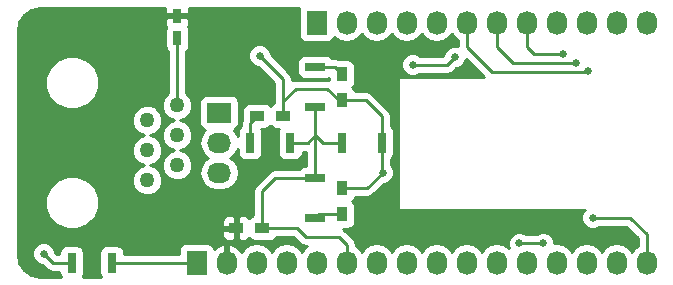
<source format=gtl>
G04 #@! TF.FileFunction,Copper,L1,Top,Signal*
%FSLAX46Y46*%
G04 Gerber Fmt 4.6, Leading zero omitted, Abs format (unit mm)*
G04 Created by KiCad (PCBNEW 4.0.4-stable) date 11/28/16 12:13:09*
%MOMM*%
%LPD*%
G01*
G04 APERTURE LIST*
%ADD10C,0.150000*%
%ADD11R,0.750000X1.200000*%
%ADD12R,1.727200X2.032000*%
%ADD13O,1.727200X2.032000*%
%ADD14R,2.032000X1.727200*%
%ADD15O,2.032000X1.727200*%
%ADD16R,1.200000X0.900000*%
%ADD17R,0.900000X1.200000*%
%ADD18R,0.800000X1.700000*%
%ADD19R,1.700000X0.800000*%
%ADD20C,1.270000*%
%ADD21C,0.635000*%
%ADD22C,0.254000*%
G04 APERTURE END LIST*
D10*
D11*
X119316500Y-98173500D03*
X119316500Y-100073500D03*
D12*
X120967500Y-119062500D03*
D13*
X123507500Y-119062500D03*
X126047500Y-119062500D03*
X128587500Y-119062500D03*
X131127500Y-119062500D03*
X133667500Y-119062500D03*
X136207500Y-119062500D03*
X138747500Y-119062500D03*
X141287500Y-119062500D03*
X143827500Y-119062500D03*
X146367500Y-119062500D03*
X148907500Y-119062500D03*
X151447500Y-119062500D03*
X153987500Y-119062500D03*
X156527500Y-119062500D03*
X159067500Y-119062500D03*
D12*
X131127500Y-98742500D03*
D13*
X133667500Y-98742500D03*
X136207500Y-98742500D03*
X138747500Y-98742500D03*
X141287500Y-98742500D03*
X143827500Y-98742500D03*
X146367500Y-98742500D03*
X148907500Y-98742500D03*
X151447500Y-98742500D03*
X153987500Y-98742500D03*
X156527500Y-98742500D03*
X159067500Y-98742500D03*
D14*
X122872500Y-106362500D03*
D15*
X122872500Y-108902500D03*
X122872500Y-111442500D03*
D16*
X124312500Y-116141500D03*
X126512500Y-116141500D03*
D17*
X133286500Y-114955500D03*
X133286500Y-112755500D03*
D16*
X126090500Y-106616500D03*
X128290500Y-106616500D03*
D17*
X133286500Y-103103500D03*
X133286500Y-105303500D03*
D18*
X136637500Y-108902500D03*
X133237500Y-108902500D03*
D19*
X131000500Y-115301500D03*
X131000500Y-111901500D03*
D18*
X125490500Y-108902500D03*
X128890500Y-108902500D03*
D19*
X131000500Y-102503500D03*
X131000500Y-105903500D03*
D18*
X113777500Y-119062500D03*
X110377500Y-119062500D03*
D20*
X119316500Y-105727500D03*
X116776500Y-106997500D03*
X119316500Y-108267500D03*
X116776500Y-109537500D03*
X119316500Y-110807500D03*
X116776500Y-112077500D03*
D21*
X134853500Y-115082500D03*
X122872500Y-99885500D03*
X143954500Y-102933500D03*
X141922500Y-115252500D03*
X154495500Y-115252500D03*
X136715500Y-111442500D03*
X126301500Y-101536500D03*
X108013500Y-118300500D03*
X150304500Y-117411500D03*
X148272500Y-117411500D03*
X154114500Y-102806500D03*
X153098500Y-102171500D03*
X151955500Y-101409500D03*
X142811500Y-101663500D03*
X139255500Y-102298500D03*
D22*
X134853500Y-115082500D02*
X134810500Y-115125500D01*
X133286500Y-105303500D02*
X132989500Y-105303500D01*
X132989500Y-105303500D02*
X132016500Y-104330500D01*
X132016500Y-104330500D02*
X129349500Y-104330500D01*
X129349500Y-104330500D02*
X128290500Y-105389500D01*
X128290500Y-105389500D02*
X128290500Y-106616500D01*
X159067500Y-119062500D02*
X159067500Y-116649500D01*
X159067500Y-116649500D02*
X157670500Y-115252500D01*
X157670500Y-115252500D02*
X154495500Y-115252500D01*
X133286500Y-112755500D02*
X135402500Y-112755500D01*
X135402500Y-112755500D02*
X136715500Y-111442500D01*
X136637500Y-108902500D02*
X136637500Y-111364500D01*
X136637500Y-111364500D02*
X136715500Y-111442500D01*
X133286500Y-105303500D02*
X135275500Y-105303500D01*
X135275500Y-105303500D02*
X136637500Y-106665500D01*
X136637500Y-106665500D02*
X136637500Y-108902500D01*
X128290500Y-106616500D02*
X128290500Y-103525500D01*
X128290500Y-103525500D02*
X126301500Y-101536500D01*
X110377500Y-119062500D02*
X108775500Y-119062500D01*
X108775500Y-119062500D02*
X108013500Y-118300500D01*
X148272500Y-117411500D02*
X150304500Y-117411500D01*
X143827500Y-98742500D02*
X143827500Y-100774500D01*
X143827500Y-100774500D02*
X145986500Y-102933500D01*
X145986500Y-102933500D02*
X153987500Y-102933500D01*
X153987500Y-102933500D02*
X154114500Y-102806500D01*
X146367500Y-98742500D02*
X146367500Y-100799900D01*
X146367500Y-100799900D02*
X147739100Y-102171500D01*
X147739100Y-102171500D02*
X153098500Y-102171500D01*
X148907500Y-98742500D02*
X148907500Y-100774500D01*
X148907500Y-100774500D02*
X149542500Y-101409500D01*
X149542500Y-101409500D02*
X151955500Y-101409500D01*
X119316500Y-105727500D02*
X119316500Y-100073500D01*
X120967500Y-119062500D02*
X113777500Y-119062500D01*
X126512500Y-116141500D02*
X129476500Y-116141500D01*
X133667500Y-117538500D02*
X133667500Y-119062500D01*
X133032500Y-116903500D02*
X133667500Y-117538500D01*
X130238500Y-116903500D02*
X133032500Y-116903500D01*
X129476500Y-116141500D02*
X130238500Y-116903500D01*
X131000500Y-111901500D02*
X127620500Y-111901500D01*
X127620500Y-111901500D02*
X126512500Y-113009500D01*
X126512500Y-113009500D02*
X126512500Y-116141500D01*
X131000500Y-111901500D02*
X131000500Y-108267500D01*
X133237500Y-108902500D02*
X131635500Y-108902500D01*
X131635500Y-108902500D02*
X131000500Y-108267500D01*
X128890500Y-108902500D02*
X130365500Y-108902500D01*
X130365500Y-108902500D02*
X131000500Y-108267500D01*
X131000500Y-108267500D02*
X131000500Y-105903500D01*
X142811500Y-101663500D02*
X142176500Y-102298500D01*
X142176500Y-102298500D02*
X139255500Y-102298500D01*
X133286500Y-114955500D02*
X131346500Y-114955500D01*
X131346500Y-114955500D02*
X131000500Y-115301500D01*
X125490500Y-108902500D02*
X125490500Y-107216500D01*
X125490500Y-107216500D02*
X126090500Y-106616500D01*
X131000500Y-102503500D02*
X132686500Y-102503500D01*
X132686500Y-102503500D02*
X133286500Y-103103500D01*
G36*
X118306500Y-97887750D02*
X118465250Y-98046500D01*
X119189500Y-98046500D01*
X119189500Y-98026500D01*
X119443500Y-98026500D01*
X119443500Y-98046500D01*
X120167750Y-98046500D01*
X120326500Y-97887750D01*
X120326500Y-97547500D01*
X129652708Y-97547500D01*
X129616460Y-97726500D01*
X129616460Y-99758500D01*
X129660738Y-99993817D01*
X129799810Y-100209941D01*
X130012010Y-100354931D01*
X130263900Y-100405940D01*
X131991100Y-100405940D01*
X132226417Y-100361662D01*
X132442541Y-100222590D01*
X132587531Y-100010390D01*
X132595900Y-99969061D01*
X132607830Y-99986915D01*
X133094011Y-100311771D01*
X133667500Y-100425845D01*
X134240989Y-100311771D01*
X134727170Y-99986915D01*
X134937500Y-99672134D01*
X135147830Y-99986915D01*
X135634011Y-100311771D01*
X136207500Y-100425845D01*
X136780989Y-100311771D01*
X137267170Y-99986915D01*
X137477500Y-99672134D01*
X137687830Y-99986915D01*
X138174011Y-100311771D01*
X138747500Y-100425845D01*
X139320989Y-100311771D01*
X139807170Y-99986915D01*
X140017500Y-99672134D01*
X140227830Y-99986915D01*
X140714011Y-100311771D01*
X141287500Y-100425845D01*
X141860989Y-100311771D01*
X142347170Y-99986915D01*
X142557500Y-99672134D01*
X142767830Y-99986915D01*
X143065500Y-100185812D01*
X143065500Y-100737618D01*
X143001795Y-100711165D01*
X142622867Y-100710835D01*
X142272657Y-100855539D01*
X142004480Y-101123247D01*
X141859165Y-101473205D01*
X141859110Y-101536500D01*
X139840694Y-101536500D01*
X139795753Y-101491480D01*
X139445795Y-101346165D01*
X139066867Y-101345835D01*
X138716657Y-101490539D01*
X138448480Y-101758247D01*
X138303165Y-102108205D01*
X138302835Y-102487133D01*
X138447539Y-102837343D01*
X138715247Y-103105520D01*
X139065205Y-103250835D01*
X139444133Y-103251165D01*
X139794343Y-103106461D01*
X139840385Y-103060500D01*
X142176500Y-103060500D01*
X142468105Y-103002496D01*
X142715315Y-102837315D01*
X142936521Y-102616110D01*
X143000133Y-102616165D01*
X143350343Y-102471461D01*
X143618520Y-102203753D01*
X143763835Y-101853795D01*
X143763892Y-101788522D01*
X145307670Y-103332300D01*
X138112500Y-103332300D01*
X138066341Y-103340985D01*
X138023947Y-103368265D01*
X137995506Y-103409890D01*
X137985500Y-103459300D01*
X137985500Y-114459300D01*
X137994185Y-114505459D01*
X138021465Y-114547853D01*
X138063090Y-114576294D01*
X138112500Y-114586300D01*
X153814648Y-114586300D01*
X153688480Y-114712247D01*
X153543165Y-115062205D01*
X153542835Y-115441133D01*
X153687539Y-115791343D01*
X153955247Y-116059520D01*
X154305205Y-116204835D01*
X154684133Y-116205165D01*
X155034343Y-116060461D01*
X155080385Y-116014500D01*
X157354870Y-116014500D01*
X158305500Y-116965131D01*
X158305500Y-117619188D01*
X158007830Y-117818085D01*
X157797500Y-118132866D01*
X157587170Y-117818085D01*
X157100989Y-117493229D01*
X156527500Y-117379155D01*
X155954011Y-117493229D01*
X155467830Y-117818085D01*
X155257500Y-118132866D01*
X155047170Y-117818085D01*
X154560989Y-117493229D01*
X153987500Y-117379155D01*
X153414011Y-117493229D01*
X152927830Y-117818085D01*
X152717500Y-118132866D01*
X152507170Y-117818085D01*
X152020989Y-117493229D01*
X151447500Y-117379155D01*
X151256996Y-117417049D01*
X151257165Y-117222867D01*
X151112461Y-116872657D01*
X150844753Y-116604480D01*
X150494795Y-116459165D01*
X150115867Y-116458835D01*
X149765657Y-116603539D01*
X149719615Y-116649500D01*
X148857694Y-116649500D01*
X148812753Y-116604480D01*
X148462795Y-116459165D01*
X148083867Y-116458835D01*
X147733657Y-116603539D01*
X147465480Y-116871247D01*
X147320165Y-117221205D01*
X147319835Y-117600133D01*
X147403301Y-117802136D01*
X146940989Y-117493229D01*
X146367500Y-117379155D01*
X145794011Y-117493229D01*
X145307830Y-117818085D01*
X145097500Y-118132866D01*
X144887170Y-117818085D01*
X144400989Y-117493229D01*
X143827500Y-117379155D01*
X143254011Y-117493229D01*
X142767830Y-117818085D01*
X142557500Y-118132866D01*
X142347170Y-117818085D01*
X141860989Y-117493229D01*
X141287500Y-117379155D01*
X140714011Y-117493229D01*
X140227830Y-117818085D01*
X140017500Y-118132866D01*
X139807170Y-117818085D01*
X139320989Y-117493229D01*
X138747500Y-117379155D01*
X138174011Y-117493229D01*
X137687830Y-117818085D01*
X137477500Y-118132866D01*
X137267170Y-117818085D01*
X136780989Y-117493229D01*
X136207500Y-117379155D01*
X135634011Y-117493229D01*
X135147830Y-117818085D01*
X134937500Y-118132866D01*
X134727170Y-117818085D01*
X134429500Y-117619188D01*
X134429500Y-117538500D01*
X134371496Y-117246895D01*
X134305334Y-117147877D01*
X134206316Y-116999685D01*
X133571315Y-116364685D01*
X133547751Y-116348940D01*
X133329247Y-116202940D01*
X133736500Y-116202940D01*
X133971817Y-116158662D01*
X134187941Y-116019590D01*
X134332931Y-115807390D01*
X134383940Y-115555500D01*
X134383940Y-114355500D01*
X134339662Y-114120183D01*
X134200590Y-113904059D01*
X134130789Y-113856366D01*
X134187941Y-113819590D01*
X134332931Y-113607390D01*
X134351134Y-113517500D01*
X135402500Y-113517500D01*
X135694105Y-113459496D01*
X135941315Y-113294315D01*
X136840521Y-112395110D01*
X136904133Y-112395165D01*
X137254343Y-112250461D01*
X137522520Y-111982753D01*
X137667835Y-111632795D01*
X137668165Y-111253867D01*
X137523461Y-110903657D01*
X137399500Y-110779479D01*
X137399500Y-110274144D01*
X137488941Y-110216590D01*
X137633931Y-110004390D01*
X137684940Y-109752500D01*
X137684940Y-108052500D01*
X137640662Y-107817183D01*
X137501590Y-107601059D01*
X137399500Y-107531304D01*
X137399500Y-106665500D01*
X137341496Y-106373895D01*
X137176315Y-106126685D01*
X135814315Y-104764685D01*
X135722745Y-104703500D01*
X135567105Y-104599504D01*
X135275500Y-104541500D01*
X134353458Y-104541500D01*
X134339662Y-104468183D01*
X134200590Y-104252059D01*
X134130789Y-104204366D01*
X134187941Y-104167590D01*
X134332931Y-103955390D01*
X134383940Y-103703500D01*
X134383940Y-102503500D01*
X134339662Y-102268183D01*
X134200590Y-102052059D01*
X133988390Y-101907069D01*
X133736500Y-101856060D01*
X133062747Y-101856060D01*
X132978105Y-101799504D01*
X132686500Y-101741500D01*
X132372144Y-101741500D01*
X132314590Y-101652059D01*
X132102390Y-101507069D01*
X131850500Y-101456060D01*
X130150500Y-101456060D01*
X129915183Y-101500338D01*
X129699059Y-101639410D01*
X129554069Y-101851610D01*
X129503060Y-102103500D01*
X129503060Y-102903500D01*
X129547338Y-103138817D01*
X129686410Y-103354941D01*
X129898610Y-103499931D01*
X130150500Y-103550940D01*
X131850500Y-103550940D01*
X132085817Y-103506662D01*
X132189060Y-103440227D01*
X132189060Y-103602824D01*
X132016500Y-103568500D01*
X129349500Y-103568500D01*
X129057895Y-103626504D01*
X129052500Y-103630109D01*
X129052500Y-103525500D01*
X128994496Y-103233895D01*
X128878637Y-103060500D01*
X128829316Y-102986685D01*
X127254110Y-101411479D01*
X127254165Y-101347867D01*
X127109461Y-100997657D01*
X126841753Y-100729480D01*
X126491795Y-100584165D01*
X126112867Y-100583835D01*
X125762657Y-100728539D01*
X125494480Y-100996247D01*
X125349165Y-101346205D01*
X125348835Y-101725133D01*
X125493539Y-102075343D01*
X125761247Y-102343520D01*
X126111205Y-102488835D01*
X126176261Y-102488892D01*
X127528500Y-103841131D01*
X127528500Y-105549542D01*
X127455183Y-105563338D01*
X127239059Y-105702410D01*
X127191366Y-105772211D01*
X127154590Y-105715059D01*
X126942390Y-105570069D01*
X126690500Y-105519060D01*
X125490500Y-105519060D01*
X125255183Y-105563338D01*
X125039059Y-105702410D01*
X124894069Y-105914610D01*
X124843060Y-106166500D01*
X124843060Y-106840253D01*
X124786504Y-106924895D01*
X124728500Y-107216500D01*
X124728500Y-107530856D01*
X124639059Y-107588410D01*
X124494069Y-107800610D01*
X124443060Y-108052500D01*
X124443060Y-108335491D01*
X124441771Y-108329011D01*
X124116915Y-107842830D01*
X124102587Y-107833257D01*
X124123817Y-107829262D01*
X124339941Y-107690190D01*
X124484931Y-107477990D01*
X124535940Y-107226100D01*
X124535940Y-105498900D01*
X124491662Y-105263583D01*
X124352590Y-105047459D01*
X124140390Y-104902469D01*
X123888500Y-104851460D01*
X121856500Y-104851460D01*
X121621183Y-104895738D01*
X121405059Y-105034810D01*
X121260069Y-105247010D01*
X121209060Y-105498900D01*
X121209060Y-107226100D01*
X121253338Y-107461417D01*
X121392410Y-107677541D01*
X121604610Y-107822531D01*
X121645939Y-107830900D01*
X121628085Y-107842830D01*
X121303229Y-108329011D01*
X121189155Y-108902500D01*
X121303229Y-109475989D01*
X121628085Y-109962170D01*
X121942866Y-110172500D01*
X121628085Y-110382830D01*
X121303229Y-110869011D01*
X121189155Y-111442500D01*
X121303229Y-112015989D01*
X121628085Y-112502170D01*
X122114266Y-112827026D01*
X122687755Y-112941100D01*
X123057245Y-112941100D01*
X123630734Y-112827026D01*
X124116915Y-112502170D01*
X124441771Y-112015989D01*
X124555845Y-111442500D01*
X124441771Y-110869011D01*
X124116915Y-110382830D01*
X123802134Y-110172500D01*
X124116915Y-109962170D01*
X124441771Y-109475989D01*
X124443060Y-109469509D01*
X124443060Y-109752500D01*
X124487338Y-109987817D01*
X124626410Y-110203941D01*
X124838610Y-110348931D01*
X125090500Y-110399940D01*
X125890500Y-110399940D01*
X126125817Y-110355662D01*
X126341941Y-110216590D01*
X126486931Y-110004390D01*
X126537940Y-109752500D01*
X126537940Y-108052500D01*
X126493662Y-107817183D01*
X126427227Y-107713940D01*
X126690500Y-107713940D01*
X126925817Y-107669662D01*
X127141941Y-107530590D01*
X127189634Y-107460789D01*
X127226410Y-107517941D01*
X127438610Y-107662931D01*
X127690500Y-107713940D01*
X127953288Y-107713940D01*
X127894069Y-107800610D01*
X127843060Y-108052500D01*
X127843060Y-109752500D01*
X127887338Y-109987817D01*
X128026410Y-110203941D01*
X128238610Y-110348931D01*
X128490500Y-110399940D01*
X129290500Y-110399940D01*
X129525817Y-110355662D01*
X129741941Y-110216590D01*
X129886931Y-110004390D01*
X129937940Y-109752500D01*
X129937940Y-109664500D01*
X130238500Y-109664500D01*
X130238500Y-110854060D01*
X130150500Y-110854060D01*
X129915183Y-110898338D01*
X129699059Y-111037410D01*
X129629304Y-111139500D01*
X127620500Y-111139500D01*
X127328895Y-111197504D01*
X127244542Y-111253867D01*
X127081685Y-111362684D01*
X125973685Y-112470685D01*
X125808504Y-112717895D01*
X125750500Y-113009500D01*
X125750500Y-115074542D01*
X125677183Y-115088338D01*
X125461059Y-115227410D01*
X125414531Y-115295506D01*
X125272198Y-115153173D01*
X125038809Y-115056500D01*
X124598250Y-115056500D01*
X124439500Y-115215250D01*
X124439500Y-116014500D01*
X124459500Y-116014500D01*
X124459500Y-116268500D01*
X124439500Y-116268500D01*
X124439500Y-117067750D01*
X124598250Y-117226500D01*
X125038809Y-117226500D01*
X125272198Y-117129827D01*
X125413436Y-116988590D01*
X125448410Y-117042941D01*
X125660610Y-117187931D01*
X125912500Y-117238940D01*
X127112500Y-117238940D01*
X127347817Y-117194662D01*
X127563941Y-117055590D01*
X127667860Y-116903500D01*
X129160870Y-116903500D01*
X129699685Y-117442316D01*
X129843637Y-117538501D01*
X129946895Y-117607496D01*
X130238500Y-117665500D01*
X130296189Y-117665500D01*
X130067830Y-117818085D01*
X129857500Y-118132866D01*
X129647170Y-117818085D01*
X129160989Y-117493229D01*
X128587500Y-117379155D01*
X128014011Y-117493229D01*
X127527830Y-117818085D01*
X127317500Y-118132866D01*
X127107170Y-117818085D01*
X126620989Y-117493229D01*
X126047500Y-117379155D01*
X125474011Y-117493229D01*
X124987830Y-117818085D01*
X124781039Y-118127569D01*
X124409536Y-117711768D01*
X123882291Y-117457791D01*
X123866526Y-117455142D01*
X123634500Y-117576283D01*
X123634500Y-118935500D01*
X123654500Y-118935500D01*
X123654500Y-119189500D01*
X123634500Y-119189500D01*
X123634500Y-119209500D01*
X123380500Y-119209500D01*
X123380500Y-119189500D01*
X123360500Y-119189500D01*
X123360500Y-118935500D01*
X123380500Y-118935500D01*
X123380500Y-117576283D01*
X123148474Y-117455142D01*
X123132709Y-117457791D01*
X122605464Y-117711768D01*
X122448593Y-117887345D01*
X122434262Y-117811183D01*
X122295190Y-117595059D01*
X122082990Y-117450069D01*
X121831100Y-117399060D01*
X120103900Y-117399060D01*
X119868583Y-117443338D01*
X119652459Y-117582410D01*
X119507469Y-117794610D01*
X119456460Y-118046500D01*
X119456460Y-118300500D01*
X114824940Y-118300500D01*
X114824940Y-118212500D01*
X114780662Y-117977183D01*
X114641590Y-117761059D01*
X114429390Y-117616069D01*
X114177500Y-117565060D01*
X113377500Y-117565060D01*
X113142183Y-117609338D01*
X112926059Y-117748410D01*
X112781069Y-117960610D01*
X112730060Y-118212500D01*
X112730060Y-119912500D01*
X112774338Y-120147817D01*
X112844917Y-120257500D01*
X111310312Y-120257500D01*
X111373931Y-120164390D01*
X111424940Y-119912500D01*
X111424940Y-118212500D01*
X111380662Y-117977183D01*
X111241590Y-117761059D01*
X111029390Y-117616069D01*
X110777500Y-117565060D01*
X109977500Y-117565060D01*
X109742183Y-117609338D01*
X109526059Y-117748410D01*
X109381069Y-117960610D01*
X109330060Y-118212500D01*
X109330060Y-118300500D01*
X109091131Y-118300500D01*
X108966110Y-118175479D01*
X108966165Y-118111867D01*
X108821461Y-117761657D01*
X108553753Y-117493480D01*
X108203795Y-117348165D01*
X107824867Y-117347835D01*
X107474657Y-117492539D01*
X107206480Y-117760247D01*
X107061165Y-118110205D01*
X107060835Y-118489133D01*
X107205539Y-118839343D01*
X107473247Y-119107520D01*
X107823205Y-119252835D01*
X107888261Y-119252892D01*
X108236685Y-119601316D01*
X108384877Y-119700334D01*
X108483895Y-119766496D01*
X108775500Y-119824500D01*
X109330060Y-119824500D01*
X109330060Y-119912500D01*
X109374338Y-120147817D01*
X109444917Y-120257500D01*
X107702431Y-120257500D01*
X106937511Y-120105348D01*
X106348330Y-119711670D01*
X105954652Y-119122489D01*
X105802500Y-118357569D01*
X105802500Y-116427250D01*
X123077500Y-116427250D01*
X123077500Y-116717810D01*
X123174173Y-116951199D01*
X123352802Y-117129827D01*
X123586191Y-117226500D01*
X124026750Y-117226500D01*
X124185500Y-117067750D01*
X124185500Y-116268500D01*
X123236250Y-116268500D01*
X123077500Y-116427250D01*
X105802500Y-116427250D01*
X105802500Y-114430070D01*
X108166109Y-114430070D01*
X108509448Y-115261015D01*
X109144641Y-115897318D01*
X109974986Y-116242107D01*
X110874070Y-116242891D01*
X111705015Y-115899552D01*
X112039961Y-115565190D01*
X123077500Y-115565190D01*
X123077500Y-115855750D01*
X123236250Y-116014500D01*
X124185500Y-116014500D01*
X124185500Y-115215250D01*
X124026750Y-115056500D01*
X123586191Y-115056500D01*
X123352802Y-115153173D01*
X123174173Y-115331801D01*
X123077500Y-115565190D01*
X112039961Y-115565190D01*
X112341318Y-115264359D01*
X112686107Y-114434014D01*
X112686891Y-113534930D01*
X112343552Y-112703985D01*
X111708359Y-112067682D01*
X110878014Y-111722893D01*
X109978930Y-111722109D01*
X109147985Y-112065448D01*
X108511682Y-112700641D01*
X108166893Y-113530986D01*
X108166109Y-114430070D01*
X105802500Y-114430070D01*
X105802500Y-107249010D01*
X115506280Y-107249010D01*
X115699218Y-107715958D01*
X116056163Y-108073526D01*
X116522773Y-108267279D01*
X116524988Y-108267281D01*
X116058042Y-108460218D01*
X115700474Y-108817163D01*
X115506721Y-109283773D01*
X115506280Y-109789010D01*
X115699218Y-110255958D01*
X116056163Y-110613526D01*
X116522773Y-110807279D01*
X116524988Y-110807281D01*
X116058042Y-111000218D01*
X115700474Y-111357163D01*
X115506721Y-111823773D01*
X115506280Y-112329010D01*
X115699218Y-112795958D01*
X116056163Y-113153526D01*
X116522773Y-113347279D01*
X117028010Y-113347720D01*
X117494958Y-113154782D01*
X117852526Y-112797837D01*
X118046279Y-112331227D01*
X118046720Y-111825990D01*
X117853782Y-111359042D01*
X117496837Y-111001474D01*
X117030227Y-110807721D01*
X117028012Y-110807719D01*
X117494958Y-110614782D01*
X117852526Y-110257837D01*
X118046279Y-109791227D01*
X118046720Y-109285990D01*
X117853782Y-108819042D01*
X117496837Y-108461474D01*
X117030227Y-108267721D01*
X117028012Y-108267719D01*
X117494958Y-108074782D01*
X117852526Y-107717837D01*
X118046279Y-107251227D01*
X118046720Y-106745990D01*
X117853782Y-106279042D01*
X117554273Y-105979010D01*
X118046280Y-105979010D01*
X118239218Y-106445958D01*
X118596163Y-106803526D01*
X119062773Y-106997279D01*
X119064988Y-106997281D01*
X118598042Y-107190218D01*
X118240474Y-107547163D01*
X118046721Y-108013773D01*
X118046280Y-108519010D01*
X118239218Y-108985958D01*
X118596163Y-109343526D01*
X119062773Y-109537279D01*
X119064988Y-109537281D01*
X118598042Y-109730218D01*
X118240474Y-110087163D01*
X118046721Y-110553773D01*
X118046280Y-111059010D01*
X118239218Y-111525958D01*
X118596163Y-111883526D01*
X119062773Y-112077279D01*
X119568010Y-112077720D01*
X120034958Y-111884782D01*
X120392526Y-111527837D01*
X120586279Y-111061227D01*
X120586720Y-110555990D01*
X120393782Y-110089042D01*
X120036837Y-109731474D01*
X119570227Y-109537721D01*
X119568012Y-109537719D01*
X120034958Y-109344782D01*
X120392526Y-108987837D01*
X120586279Y-108521227D01*
X120586720Y-108015990D01*
X120393782Y-107549042D01*
X120036837Y-107191474D01*
X119570227Y-106997721D01*
X119568012Y-106997719D01*
X120034958Y-106804782D01*
X120392526Y-106447837D01*
X120586279Y-105981227D01*
X120586720Y-105475990D01*
X120393782Y-105009042D01*
X120078500Y-104693210D01*
X120078500Y-101179057D01*
X120142941Y-101137590D01*
X120287931Y-100925390D01*
X120338940Y-100673500D01*
X120338940Y-99473500D01*
X120294662Y-99238183D01*
X120228171Y-99134854D01*
X120229827Y-99133198D01*
X120326500Y-98899809D01*
X120326500Y-98459250D01*
X120167750Y-98300500D01*
X119443500Y-98300500D01*
X119443500Y-98320500D01*
X119189500Y-98320500D01*
X119189500Y-98300500D01*
X118465250Y-98300500D01*
X118306500Y-98459250D01*
X118306500Y-98899809D01*
X118403173Y-99133198D01*
X118404543Y-99134568D01*
X118345069Y-99221610D01*
X118294060Y-99473500D01*
X118294060Y-100673500D01*
X118338338Y-100908817D01*
X118477410Y-101124941D01*
X118554500Y-101177614D01*
X118554500Y-104693684D01*
X118240474Y-105007163D01*
X118046721Y-105473773D01*
X118046280Y-105979010D01*
X117554273Y-105979010D01*
X117496837Y-105921474D01*
X117030227Y-105727721D01*
X116524990Y-105727280D01*
X116058042Y-105920218D01*
X115700474Y-106277163D01*
X115506721Y-106743773D01*
X115506280Y-107249010D01*
X105802500Y-107249010D01*
X105802500Y-104270070D01*
X108166109Y-104270070D01*
X108509448Y-105101015D01*
X109144641Y-105737318D01*
X109974986Y-106082107D01*
X110874070Y-106082891D01*
X111705015Y-105739552D01*
X112341318Y-105104359D01*
X112686107Y-104274014D01*
X112686891Y-103374930D01*
X112343552Y-102543985D01*
X111708359Y-101907682D01*
X110878014Y-101562893D01*
X109978930Y-101562109D01*
X109147985Y-101905448D01*
X108511682Y-102540641D01*
X108166893Y-103370986D01*
X108166109Y-104270070D01*
X105802500Y-104270070D01*
X105802500Y-99447431D01*
X105954652Y-98682511D01*
X106348330Y-98093330D01*
X106937511Y-97699652D01*
X107702431Y-97547500D01*
X118306500Y-97547500D01*
X118306500Y-97887750D01*
X118306500Y-97887750D01*
G37*
X118306500Y-97887750D02*
X118465250Y-98046500D01*
X119189500Y-98046500D01*
X119189500Y-98026500D01*
X119443500Y-98026500D01*
X119443500Y-98046500D01*
X120167750Y-98046500D01*
X120326500Y-97887750D01*
X120326500Y-97547500D01*
X129652708Y-97547500D01*
X129616460Y-97726500D01*
X129616460Y-99758500D01*
X129660738Y-99993817D01*
X129799810Y-100209941D01*
X130012010Y-100354931D01*
X130263900Y-100405940D01*
X131991100Y-100405940D01*
X132226417Y-100361662D01*
X132442541Y-100222590D01*
X132587531Y-100010390D01*
X132595900Y-99969061D01*
X132607830Y-99986915D01*
X133094011Y-100311771D01*
X133667500Y-100425845D01*
X134240989Y-100311771D01*
X134727170Y-99986915D01*
X134937500Y-99672134D01*
X135147830Y-99986915D01*
X135634011Y-100311771D01*
X136207500Y-100425845D01*
X136780989Y-100311771D01*
X137267170Y-99986915D01*
X137477500Y-99672134D01*
X137687830Y-99986915D01*
X138174011Y-100311771D01*
X138747500Y-100425845D01*
X139320989Y-100311771D01*
X139807170Y-99986915D01*
X140017500Y-99672134D01*
X140227830Y-99986915D01*
X140714011Y-100311771D01*
X141287500Y-100425845D01*
X141860989Y-100311771D01*
X142347170Y-99986915D01*
X142557500Y-99672134D01*
X142767830Y-99986915D01*
X143065500Y-100185812D01*
X143065500Y-100737618D01*
X143001795Y-100711165D01*
X142622867Y-100710835D01*
X142272657Y-100855539D01*
X142004480Y-101123247D01*
X141859165Y-101473205D01*
X141859110Y-101536500D01*
X139840694Y-101536500D01*
X139795753Y-101491480D01*
X139445795Y-101346165D01*
X139066867Y-101345835D01*
X138716657Y-101490539D01*
X138448480Y-101758247D01*
X138303165Y-102108205D01*
X138302835Y-102487133D01*
X138447539Y-102837343D01*
X138715247Y-103105520D01*
X139065205Y-103250835D01*
X139444133Y-103251165D01*
X139794343Y-103106461D01*
X139840385Y-103060500D01*
X142176500Y-103060500D01*
X142468105Y-103002496D01*
X142715315Y-102837315D01*
X142936521Y-102616110D01*
X143000133Y-102616165D01*
X143350343Y-102471461D01*
X143618520Y-102203753D01*
X143763835Y-101853795D01*
X143763892Y-101788522D01*
X145307670Y-103332300D01*
X138112500Y-103332300D01*
X138066341Y-103340985D01*
X138023947Y-103368265D01*
X137995506Y-103409890D01*
X137985500Y-103459300D01*
X137985500Y-114459300D01*
X137994185Y-114505459D01*
X138021465Y-114547853D01*
X138063090Y-114576294D01*
X138112500Y-114586300D01*
X153814648Y-114586300D01*
X153688480Y-114712247D01*
X153543165Y-115062205D01*
X153542835Y-115441133D01*
X153687539Y-115791343D01*
X153955247Y-116059520D01*
X154305205Y-116204835D01*
X154684133Y-116205165D01*
X155034343Y-116060461D01*
X155080385Y-116014500D01*
X157354870Y-116014500D01*
X158305500Y-116965131D01*
X158305500Y-117619188D01*
X158007830Y-117818085D01*
X157797500Y-118132866D01*
X157587170Y-117818085D01*
X157100989Y-117493229D01*
X156527500Y-117379155D01*
X155954011Y-117493229D01*
X155467830Y-117818085D01*
X155257500Y-118132866D01*
X155047170Y-117818085D01*
X154560989Y-117493229D01*
X153987500Y-117379155D01*
X153414011Y-117493229D01*
X152927830Y-117818085D01*
X152717500Y-118132866D01*
X152507170Y-117818085D01*
X152020989Y-117493229D01*
X151447500Y-117379155D01*
X151256996Y-117417049D01*
X151257165Y-117222867D01*
X151112461Y-116872657D01*
X150844753Y-116604480D01*
X150494795Y-116459165D01*
X150115867Y-116458835D01*
X149765657Y-116603539D01*
X149719615Y-116649500D01*
X148857694Y-116649500D01*
X148812753Y-116604480D01*
X148462795Y-116459165D01*
X148083867Y-116458835D01*
X147733657Y-116603539D01*
X147465480Y-116871247D01*
X147320165Y-117221205D01*
X147319835Y-117600133D01*
X147403301Y-117802136D01*
X146940989Y-117493229D01*
X146367500Y-117379155D01*
X145794011Y-117493229D01*
X145307830Y-117818085D01*
X145097500Y-118132866D01*
X144887170Y-117818085D01*
X144400989Y-117493229D01*
X143827500Y-117379155D01*
X143254011Y-117493229D01*
X142767830Y-117818085D01*
X142557500Y-118132866D01*
X142347170Y-117818085D01*
X141860989Y-117493229D01*
X141287500Y-117379155D01*
X140714011Y-117493229D01*
X140227830Y-117818085D01*
X140017500Y-118132866D01*
X139807170Y-117818085D01*
X139320989Y-117493229D01*
X138747500Y-117379155D01*
X138174011Y-117493229D01*
X137687830Y-117818085D01*
X137477500Y-118132866D01*
X137267170Y-117818085D01*
X136780989Y-117493229D01*
X136207500Y-117379155D01*
X135634011Y-117493229D01*
X135147830Y-117818085D01*
X134937500Y-118132866D01*
X134727170Y-117818085D01*
X134429500Y-117619188D01*
X134429500Y-117538500D01*
X134371496Y-117246895D01*
X134305334Y-117147877D01*
X134206316Y-116999685D01*
X133571315Y-116364685D01*
X133547751Y-116348940D01*
X133329247Y-116202940D01*
X133736500Y-116202940D01*
X133971817Y-116158662D01*
X134187941Y-116019590D01*
X134332931Y-115807390D01*
X134383940Y-115555500D01*
X134383940Y-114355500D01*
X134339662Y-114120183D01*
X134200590Y-113904059D01*
X134130789Y-113856366D01*
X134187941Y-113819590D01*
X134332931Y-113607390D01*
X134351134Y-113517500D01*
X135402500Y-113517500D01*
X135694105Y-113459496D01*
X135941315Y-113294315D01*
X136840521Y-112395110D01*
X136904133Y-112395165D01*
X137254343Y-112250461D01*
X137522520Y-111982753D01*
X137667835Y-111632795D01*
X137668165Y-111253867D01*
X137523461Y-110903657D01*
X137399500Y-110779479D01*
X137399500Y-110274144D01*
X137488941Y-110216590D01*
X137633931Y-110004390D01*
X137684940Y-109752500D01*
X137684940Y-108052500D01*
X137640662Y-107817183D01*
X137501590Y-107601059D01*
X137399500Y-107531304D01*
X137399500Y-106665500D01*
X137341496Y-106373895D01*
X137176315Y-106126685D01*
X135814315Y-104764685D01*
X135722745Y-104703500D01*
X135567105Y-104599504D01*
X135275500Y-104541500D01*
X134353458Y-104541500D01*
X134339662Y-104468183D01*
X134200590Y-104252059D01*
X134130789Y-104204366D01*
X134187941Y-104167590D01*
X134332931Y-103955390D01*
X134383940Y-103703500D01*
X134383940Y-102503500D01*
X134339662Y-102268183D01*
X134200590Y-102052059D01*
X133988390Y-101907069D01*
X133736500Y-101856060D01*
X133062747Y-101856060D01*
X132978105Y-101799504D01*
X132686500Y-101741500D01*
X132372144Y-101741500D01*
X132314590Y-101652059D01*
X132102390Y-101507069D01*
X131850500Y-101456060D01*
X130150500Y-101456060D01*
X129915183Y-101500338D01*
X129699059Y-101639410D01*
X129554069Y-101851610D01*
X129503060Y-102103500D01*
X129503060Y-102903500D01*
X129547338Y-103138817D01*
X129686410Y-103354941D01*
X129898610Y-103499931D01*
X130150500Y-103550940D01*
X131850500Y-103550940D01*
X132085817Y-103506662D01*
X132189060Y-103440227D01*
X132189060Y-103602824D01*
X132016500Y-103568500D01*
X129349500Y-103568500D01*
X129057895Y-103626504D01*
X129052500Y-103630109D01*
X129052500Y-103525500D01*
X128994496Y-103233895D01*
X128878637Y-103060500D01*
X128829316Y-102986685D01*
X127254110Y-101411479D01*
X127254165Y-101347867D01*
X127109461Y-100997657D01*
X126841753Y-100729480D01*
X126491795Y-100584165D01*
X126112867Y-100583835D01*
X125762657Y-100728539D01*
X125494480Y-100996247D01*
X125349165Y-101346205D01*
X125348835Y-101725133D01*
X125493539Y-102075343D01*
X125761247Y-102343520D01*
X126111205Y-102488835D01*
X126176261Y-102488892D01*
X127528500Y-103841131D01*
X127528500Y-105549542D01*
X127455183Y-105563338D01*
X127239059Y-105702410D01*
X127191366Y-105772211D01*
X127154590Y-105715059D01*
X126942390Y-105570069D01*
X126690500Y-105519060D01*
X125490500Y-105519060D01*
X125255183Y-105563338D01*
X125039059Y-105702410D01*
X124894069Y-105914610D01*
X124843060Y-106166500D01*
X124843060Y-106840253D01*
X124786504Y-106924895D01*
X124728500Y-107216500D01*
X124728500Y-107530856D01*
X124639059Y-107588410D01*
X124494069Y-107800610D01*
X124443060Y-108052500D01*
X124443060Y-108335491D01*
X124441771Y-108329011D01*
X124116915Y-107842830D01*
X124102587Y-107833257D01*
X124123817Y-107829262D01*
X124339941Y-107690190D01*
X124484931Y-107477990D01*
X124535940Y-107226100D01*
X124535940Y-105498900D01*
X124491662Y-105263583D01*
X124352590Y-105047459D01*
X124140390Y-104902469D01*
X123888500Y-104851460D01*
X121856500Y-104851460D01*
X121621183Y-104895738D01*
X121405059Y-105034810D01*
X121260069Y-105247010D01*
X121209060Y-105498900D01*
X121209060Y-107226100D01*
X121253338Y-107461417D01*
X121392410Y-107677541D01*
X121604610Y-107822531D01*
X121645939Y-107830900D01*
X121628085Y-107842830D01*
X121303229Y-108329011D01*
X121189155Y-108902500D01*
X121303229Y-109475989D01*
X121628085Y-109962170D01*
X121942866Y-110172500D01*
X121628085Y-110382830D01*
X121303229Y-110869011D01*
X121189155Y-111442500D01*
X121303229Y-112015989D01*
X121628085Y-112502170D01*
X122114266Y-112827026D01*
X122687755Y-112941100D01*
X123057245Y-112941100D01*
X123630734Y-112827026D01*
X124116915Y-112502170D01*
X124441771Y-112015989D01*
X124555845Y-111442500D01*
X124441771Y-110869011D01*
X124116915Y-110382830D01*
X123802134Y-110172500D01*
X124116915Y-109962170D01*
X124441771Y-109475989D01*
X124443060Y-109469509D01*
X124443060Y-109752500D01*
X124487338Y-109987817D01*
X124626410Y-110203941D01*
X124838610Y-110348931D01*
X125090500Y-110399940D01*
X125890500Y-110399940D01*
X126125817Y-110355662D01*
X126341941Y-110216590D01*
X126486931Y-110004390D01*
X126537940Y-109752500D01*
X126537940Y-108052500D01*
X126493662Y-107817183D01*
X126427227Y-107713940D01*
X126690500Y-107713940D01*
X126925817Y-107669662D01*
X127141941Y-107530590D01*
X127189634Y-107460789D01*
X127226410Y-107517941D01*
X127438610Y-107662931D01*
X127690500Y-107713940D01*
X127953288Y-107713940D01*
X127894069Y-107800610D01*
X127843060Y-108052500D01*
X127843060Y-109752500D01*
X127887338Y-109987817D01*
X128026410Y-110203941D01*
X128238610Y-110348931D01*
X128490500Y-110399940D01*
X129290500Y-110399940D01*
X129525817Y-110355662D01*
X129741941Y-110216590D01*
X129886931Y-110004390D01*
X129937940Y-109752500D01*
X129937940Y-109664500D01*
X130238500Y-109664500D01*
X130238500Y-110854060D01*
X130150500Y-110854060D01*
X129915183Y-110898338D01*
X129699059Y-111037410D01*
X129629304Y-111139500D01*
X127620500Y-111139500D01*
X127328895Y-111197504D01*
X127244542Y-111253867D01*
X127081685Y-111362684D01*
X125973685Y-112470685D01*
X125808504Y-112717895D01*
X125750500Y-113009500D01*
X125750500Y-115074542D01*
X125677183Y-115088338D01*
X125461059Y-115227410D01*
X125414531Y-115295506D01*
X125272198Y-115153173D01*
X125038809Y-115056500D01*
X124598250Y-115056500D01*
X124439500Y-115215250D01*
X124439500Y-116014500D01*
X124459500Y-116014500D01*
X124459500Y-116268500D01*
X124439500Y-116268500D01*
X124439500Y-117067750D01*
X124598250Y-117226500D01*
X125038809Y-117226500D01*
X125272198Y-117129827D01*
X125413436Y-116988590D01*
X125448410Y-117042941D01*
X125660610Y-117187931D01*
X125912500Y-117238940D01*
X127112500Y-117238940D01*
X127347817Y-117194662D01*
X127563941Y-117055590D01*
X127667860Y-116903500D01*
X129160870Y-116903500D01*
X129699685Y-117442316D01*
X129843637Y-117538501D01*
X129946895Y-117607496D01*
X130238500Y-117665500D01*
X130296189Y-117665500D01*
X130067830Y-117818085D01*
X129857500Y-118132866D01*
X129647170Y-117818085D01*
X129160989Y-117493229D01*
X128587500Y-117379155D01*
X128014011Y-117493229D01*
X127527830Y-117818085D01*
X127317500Y-118132866D01*
X127107170Y-117818085D01*
X126620989Y-117493229D01*
X126047500Y-117379155D01*
X125474011Y-117493229D01*
X124987830Y-117818085D01*
X124781039Y-118127569D01*
X124409536Y-117711768D01*
X123882291Y-117457791D01*
X123866526Y-117455142D01*
X123634500Y-117576283D01*
X123634500Y-118935500D01*
X123654500Y-118935500D01*
X123654500Y-119189500D01*
X123634500Y-119189500D01*
X123634500Y-119209500D01*
X123380500Y-119209500D01*
X123380500Y-119189500D01*
X123360500Y-119189500D01*
X123360500Y-118935500D01*
X123380500Y-118935500D01*
X123380500Y-117576283D01*
X123148474Y-117455142D01*
X123132709Y-117457791D01*
X122605464Y-117711768D01*
X122448593Y-117887345D01*
X122434262Y-117811183D01*
X122295190Y-117595059D01*
X122082990Y-117450069D01*
X121831100Y-117399060D01*
X120103900Y-117399060D01*
X119868583Y-117443338D01*
X119652459Y-117582410D01*
X119507469Y-117794610D01*
X119456460Y-118046500D01*
X119456460Y-118300500D01*
X114824940Y-118300500D01*
X114824940Y-118212500D01*
X114780662Y-117977183D01*
X114641590Y-117761059D01*
X114429390Y-117616069D01*
X114177500Y-117565060D01*
X113377500Y-117565060D01*
X113142183Y-117609338D01*
X112926059Y-117748410D01*
X112781069Y-117960610D01*
X112730060Y-118212500D01*
X112730060Y-119912500D01*
X112774338Y-120147817D01*
X112844917Y-120257500D01*
X111310312Y-120257500D01*
X111373931Y-120164390D01*
X111424940Y-119912500D01*
X111424940Y-118212500D01*
X111380662Y-117977183D01*
X111241590Y-117761059D01*
X111029390Y-117616069D01*
X110777500Y-117565060D01*
X109977500Y-117565060D01*
X109742183Y-117609338D01*
X109526059Y-117748410D01*
X109381069Y-117960610D01*
X109330060Y-118212500D01*
X109330060Y-118300500D01*
X109091131Y-118300500D01*
X108966110Y-118175479D01*
X108966165Y-118111867D01*
X108821461Y-117761657D01*
X108553753Y-117493480D01*
X108203795Y-117348165D01*
X107824867Y-117347835D01*
X107474657Y-117492539D01*
X107206480Y-117760247D01*
X107061165Y-118110205D01*
X107060835Y-118489133D01*
X107205539Y-118839343D01*
X107473247Y-119107520D01*
X107823205Y-119252835D01*
X107888261Y-119252892D01*
X108236685Y-119601316D01*
X108384877Y-119700334D01*
X108483895Y-119766496D01*
X108775500Y-119824500D01*
X109330060Y-119824500D01*
X109330060Y-119912500D01*
X109374338Y-120147817D01*
X109444917Y-120257500D01*
X107702431Y-120257500D01*
X106937511Y-120105348D01*
X106348330Y-119711670D01*
X105954652Y-119122489D01*
X105802500Y-118357569D01*
X105802500Y-116427250D01*
X123077500Y-116427250D01*
X123077500Y-116717810D01*
X123174173Y-116951199D01*
X123352802Y-117129827D01*
X123586191Y-117226500D01*
X124026750Y-117226500D01*
X124185500Y-117067750D01*
X124185500Y-116268500D01*
X123236250Y-116268500D01*
X123077500Y-116427250D01*
X105802500Y-116427250D01*
X105802500Y-114430070D01*
X108166109Y-114430070D01*
X108509448Y-115261015D01*
X109144641Y-115897318D01*
X109974986Y-116242107D01*
X110874070Y-116242891D01*
X111705015Y-115899552D01*
X112039961Y-115565190D01*
X123077500Y-115565190D01*
X123077500Y-115855750D01*
X123236250Y-116014500D01*
X124185500Y-116014500D01*
X124185500Y-115215250D01*
X124026750Y-115056500D01*
X123586191Y-115056500D01*
X123352802Y-115153173D01*
X123174173Y-115331801D01*
X123077500Y-115565190D01*
X112039961Y-115565190D01*
X112341318Y-115264359D01*
X112686107Y-114434014D01*
X112686891Y-113534930D01*
X112343552Y-112703985D01*
X111708359Y-112067682D01*
X110878014Y-111722893D01*
X109978930Y-111722109D01*
X109147985Y-112065448D01*
X108511682Y-112700641D01*
X108166893Y-113530986D01*
X108166109Y-114430070D01*
X105802500Y-114430070D01*
X105802500Y-107249010D01*
X115506280Y-107249010D01*
X115699218Y-107715958D01*
X116056163Y-108073526D01*
X116522773Y-108267279D01*
X116524988Y-108267281D01*
X116058042Y-108460218D01*
X115700474Y-108817163D01*
X115506721Y-109283773D01*
X115506280Y-109789010D01*
X115699218Y-110255958D01*
X116056163Y-110613526D01*
X116522773Y-110807279D01*
X116524988Y-110807281D01*
X116058042Y-111000218D01*
X115700474Y-111357163D01*
X115506721Y-111823773D01*
X115506280Y-112329010D01*
X115699218Y-112795958D01*
X116056163Y-113153526D01*
X116522773Y-113347279D01*
X117028010Y-113347720D01*
X117494958Y-113154782D01*
X117852526Y-112797837D01*
X118046279Y-112331227D01*
X118046720Y-111825990D01*
X117853782Y-111359042D01*
X117496837Y-111001474D01*
X117030227Y-110807721D01*
X117028012Y-110807719D01*
X117494958Y-110614782D01*
X117852526Y-110257837D01*
X118046279Y-109791227D01*
X118046720Y-109285990D01*
X117853782Y-108819042D01*
X117496837Y-108461474D01*
X117030227Y-108267721D01*
X117028012Y-108267719D01*
X117494958Y-108074782D01*
X117852526Y-107717837D01*
X118046279Y-107251227D01*
X118046720Y-106745990D01*
X117853782Y-106279042D01*
X117554273Y-105979010D01*
X118046280Y-105979010D01*
X118239218Y-106445958D01*
X118596163Y-106803526D01*
X119062773Y-106997279D01*
X119064988Y-106997281D01*
X118598042Y-107190218D01*
X118240474Y-107547163D01*
X118046721Y-108013773D01*
X118046280Y-108519010D01*
X118239218Y-108985958D01*
X118596163Y-109343526D01*
X119062773Y-109537279D01*
X119064988Y-109537281D01*
X118598042Y-109730218D01*
X118240474Y-110087163D01*
X118046721Y-110553773D01*
X118046280Y-111059010D01*
X118239218Y-111525958D01*
X118596163Y-111883526D01*
X119062773Y-112077279D01*
X119568010Y-112077720D01*
X120034958Y-111884782D01*
X120392526Y-111527837D01*
X120586279Y-111061227D01*
X120586720Y-110555990D01*
X120393782Y-110089042D01*
X120036837Y-109731474D01*
X119570227Y-109537721D01*
X119568012Y-109537719D01*
X120034958Y-109344782D01*
X120392526Y-108987837D01*
X120586279Y-108521227D01*
X120586720Y-108015990D01*
X120393782Y-107549042D01*
X120036837Y-107191474D01*
X119570227Y-106997721D01*
X119568012Y-106997719D01*
X120034958Y-106804782D01*
X120392526Y-106447837D01*
X120586279Y-105981227D01*
X120586720Y-105475990D01*
X120393782Y-105009042D01*
X120078500Y-104693210D01*
X120078500Y-101179057D01*
X120142941Y-101137590D01*
X120287931Y-100925390D01*
X120338940Y-100673500D01*
X120338940Y-99473500D01*
X120294662Y-99238183D01*
X120228171Y-99134854D01*
X120229827Y-99133198D01*
X120326500Y-98899809D01*
X120326500Y-98459250D01*
X120167750Y-98300500D01*
X119443500Y-98300500D01*
X119443500Y-98320500D01*
X119189500Y-98320500D01*
X119189500Y-98300500D01*
X118465250Y-98300500D01*
X118306500Y-98459250D01*
X118306500Y-98899809D01*
X118403173Y-99133198D01*
X118404543Y-99134568D01*
X118345069Y-99221610D01*
X118294060Y-99473500D01*
X118294060Y-100673500D01*
X118338338Y-100908817D01*
X118477410Y-101124941D01*
X118554500Y-101177614D01*
X118554500Y-104693684D01*
X118240474Y-105007163D01*
X118046721Y-105473773D01*
X118046280Y-105979010D01*
X117554273Y-105979010D01*
X117496837Y-105921474D01*
X117030227Y-105727721D01*
X116524990Y-105727280D01*
X116058042Y-105920218D01*
X115700474Y-106277163D01*
X115506721Y-106743773D01*
X115506280Y-107249010D01*
X105802500Y-107249010D01*
X105802500Y-104270070D01*
X108166109Y-104270070D01*
X108509448Y-105101015D01*
X109144641Y-105737318D01*
X109974986Y-106082107D01*
X110874070Y-106082891D01*
X111705015Y-105739552D01*
X112341318Y-105104359D01*
X112686107Y-104274014D01*
X112686891Y-103374930D01*
X112343552Y-102543985D01*
X111708359Y-101907682D01*
X110878014Y-101562893D01*
X109978930Y-101562109D01*
X109147985Y-101905448D01*
X108511682Y-102540641D01*
X108166893Y-103370986D01*
X108166109Y-104270070D01*
X105802500Y-104270070D01*
X105802500Y-99447431D01*
X105954652Y-98682511D01*
X106348330Y-98093330D01*
X106937511Y-97699652D01*
X107702431Y-97547500D01*
X118306500Y-97547500D01*
X118306500Y-97887750D01*
M02*

</source>
